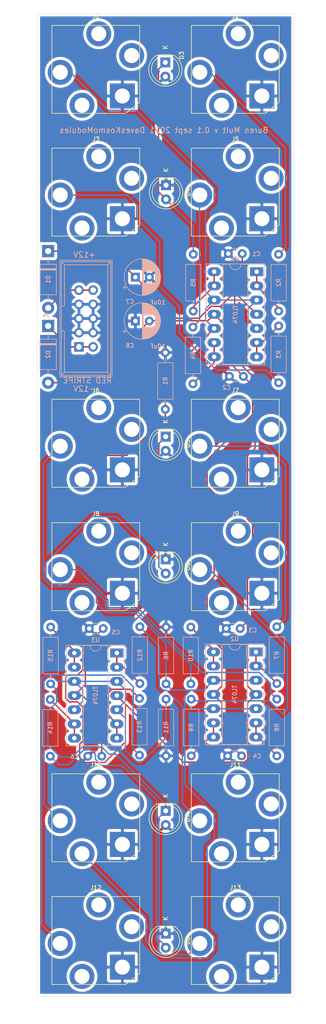
<source format=kicad_pcb>
(kicad_pcb (version 20171130) (host pcbnew "(5.1.9)-1")
  (layers (0 F.Cu signal) (31 B.Cu signal) (34 B.Paste user) (35 F.Paste user) (36 B.SilkS user) (37 F.SilkS user) (38 B.Mask user) (39 F.Mask user) (44 Edge.Cuts user))
  (net 0 "")
  (net 1 GND)
  (net 2 +12V)
  (net 3 -12V)
  (net 4 "Net-(D1-Pad2)")
  (net 5 "Net-(D2-Pad1)")
  (net 6 "Net-(D3-Pad1)")
  (net 7 "Net-(D5-Pad1)")
  (net 8 "Net-(D7-Pad1)")
  (net 9 "Net-(J1-PadTN)")
  (net 10 "Net-(J1-PadT)")
  (net 11 "Net-(J2-PadT)")
  (net 12 "Net-(J2-PadTN)")
  (net 13 "Net-(J3-PadTN)")
  (net 14 "Net-(J3-PadT)")
  (net 15 "Net-(J5-PadT)")
  (net 16 "Net-(J5-PadTN)")
  (net 17 "Net-(J10-PadTN)")
  (net 18 "Net-(J7-PadTN)")
  (net 19 "Net-(J7-PadT)")
  (net 20 "Net-(J8-PadT)")
  (net 21 "Net-(J8-PadTN)")
  (net 22 "Net-(J9-PadTN)")
  (net 23 "Net-(J9-PadT)")
  (net 24 "Net-(J10-PadT)")
  (net 25 "Net-(J11-PadT)")
  (net 26 "Net-(J11-PadTN)")
  (net 27 "Net-(J12-PadTN)")
  (net 28 "Net-(J12-PadT)")
  (net 29 "Net-(J13-PadT)")
  (net 30 "Net-(J13-PadTN)")
  (net 31 "Net-(R2-Pad2)")
  (net 32 "Net-(R3-Pad2)")
  (net 33 "Net-(R4-Pad2)")
  (net 34 "Net-(R5-Pad2)")
  (net 35 "Net-(R7-Pad2)")
  (net 36 "Net-(R8-Pad2)")
  (net 37 "Net-(R9-Pad2)")
  (net 38 "Net-(R10-Pad2)")
  (net 39 "Net-(R12-Pad2)")
  (net 40 "Net-(R13-Pad2)")
  (net 41 "Net-(R14-Pad2)")
  (net 42 "Net-(R15-Pad2)")
  (module ao_tht:C_Disc_D3.0mm_W1.6mm_P2.50mm (layer B.Cu) (at 51.943 58.7375)
    (fp_text reference C1 (at 5.0165 0.0635) (layer B.SilkS) (effects (font (size 0.75 0.75)) (justify mirror)))
    (fp_text value 0.1uF)
    (pad 1 thru_hole circle (at 0 0) (size 1.6 1.6) (drill 0.8) (layers *.Cu *.Mask) (net 1 GND))
    (pad 2 thru_hole circle (at 2.5 0) (size 1.6 1.6) (drill 0.8) (layers *.Cu *.Mask) (net 2 +12V))
  )
  (module ao_tht:C_Disc_D3.0mm_W1.6mm_P2.50mm (layer B.Cu) (at 52.1335 80.7085)
    (fp_text reference C2 (at -0.5 2) (layer B.SilkS) (effects (font (size 0.75 0.75)) (justify mirror)))
    (fp_text value 0.1uF)
    (pad 1 thru_hole circle (at 0 0) (size 1.6 1.6) (drill 0.8) (layers *.Cu *.Mask) (net 1 GND))
    (pad 2 thru_hole circle (at 2.5 0) (size 1.6 1.6) (drill 0.8) (layers *.Cu *.Mask) (net 3 -12V))
  )
  (module ao_tht:C_Disc_D3.0mm_W1.6mm_P2.50mm (layer B.Cu) (at 51.562 125.857)
    (fp_text reference C3 (at 4.7625 0.3175) (layer B.SilkS) (effects (font (size 0.75 0.75)) (justify mirror)))
    (fp_text value 0.1uF)
    (pad 1 thru_hole circle (at 0 0) (size 1.6 1.6) (drill 0.8) (layers *.Cu *.Mask) (net 1 GND))
    (pad 2 thru_hole circle (at 2.5 0) (size 1.6 1.6) (drill 0.8) (layers *.Cu *.Mask) (net 2 +12V))
  )
  (module ao_tht:C_Disc_D3.0mm_W1.6mm_P2.50mm (layer B.Cu) (at 51.816 148.6535)
    (fp_text reference C4 (at 5.2705 0.0635) (layer B.SilkS) (effects (font (size 0.75 0.75)) (justify mirror)))
    (fp_text value 0.1uF)
    (pad 2 thru_hole circle (at 2.5 0) (size 1.6 1.6) (drill 0.8) (layers *.Cu *.Mask) (net 3 -12V))
    (pad 1 thru_hole circle (at 0 0) (size 1.6 1.6) (drill 0.8) (layers *.Cu *.Mask) (net 1 GND))
  )
  (module ao_tht:C_Disc_D3.0mm_W1.6mm_P2.50mm (layer B.Cu) (at 26.9875 125.857)
    (fp_text reference C5 (at 4.7625 0.6985) (layer B.SilkS) (effects (font (size 0.75 0.75)) (justify mirror)))
    (fp_text value 0.1uF)
    (pad 2 thru_hole circle (at 2.5 0) (size 1.6 1.6) (drill 0.8) (layers *.Cu *.Mask) (net 2 +12V))
    (pad 1 thru_hole circle (at 0 0) (size 1.6 1.6) (drill 0.8) (layers *.Cu *.Mask) (net 1 GND))
  )
  (module ao_tht:C_Disc_D3.0mm_W1.6mm_P2.50mm (layer B.Cu) (at 26.7335 148.717)
    (fp_text reference C6 (at -2.413 0.0635) (layer B.SilkS) (effects (font (size 0.75 0.75)) (justify mirror)))
    (fp_text value 0.1uF)
    (pad 2 thru_hole circle (at 2.5 0) (size 1.6 1.6) (drill 0.8) (layers *.Cu *.Mask) (net 3 -12V))
    (pad 1 thru_hole circle (at 0 0) (size 1.6 1.6) (drill 0.8) (layers *.Cu *.Mask) (net 1 GND))
  )
  (module ao_tht:CP_Radial_D6.3mm_P2.50mm (layer B.Cu) (at 35.270242 62.949999)
    (fp_text reference C7 (at -1 4.4) (layer B.SilkS) (effects (font (size 0.75 0.75)) (justify mirror)))
    (fp_text value 10uF)
    (fp_text user %V (at 4 4.5) (layer B.SilkS) (effects (font (size 0.75 0.75)) (justify mirror)))
    (pad 1 thru_hole rect (at 0 0) (size 1.6 1.6) (drill 0.8) (layers *.Cu *.Mask) (net 2 +12V))
    (pad 2 thru_hole circle (at 2.5 0) (size 1.6 1.6) (drill 0.8) (layers *.Cu *.Mask) (net 1 GND))
  )
  (module ao_tht:CP_Radial_D6.3mm_P2.50mm (layer B.Cu) (at 35.270242 70.799999)
    (fp_text reference C8 (at -1 4.4) (layer B.SilkS) (effects (font (size 0.75 0.75)) (justify mirror)))
    (fp_text value 10uF)
    (fp_text user %V (at 4 4.5) (layer B.SilkS) (effects (font (size 0.75 0.75)) (justify mirror)))
    (pad 2 thru_hole circle (at 2.5 0) (size 1.6 1.6) (drill 0.8) (layers *.Cu *.Mask) (net 3 -12V))
    (pad 1 thru_hole rect (at 0 0) (size 1.6 1.6) (drill 0.8) (layers *.Cu *.Mask) (net 1 GND))
  )
  (module ao_tht:D_DO-41_SOD81_P10.16mm_Horizontal (layer B.Cu) (at 19.6215 58.293 270)
    (fp_text reference D1 (at 5.08 0 90) (layer B.SilkS) (effects (font (size 0.75 0.75)) (justify mirror)))
    (fp_text value 1N5817)
    (pad 1 thru_hole rect (at 0 0 270) (size 2.2 2.2) (drill 1.1) (layers *.Cu *.Mask) (net 2 +12V))
    (pad 2 thru_hole oval (at 10.16 0 270) (size 2.2 2.2) (drill 1.1) (layers *.Cu *.Mask) (net 4 "Net-(D1-Pad2)"))
  )
  (module ao_tht:D_DO-41_SOD81_P10.16mm_Horizontal (layer B.Cu) (at 19.6215 71.6915 270)
    (fp_text reference D2 (at 5.08 0 90) (layer B.SilkS) (effects (font (size 0.75 0.75)) (justify mirror)))
    (fp_text value 1N5817)
    (pad 2 thru_hole oval (at 10.16 0 270) (size 2.2 2.2) (drill 1.1) (layers *.Cu *.Mask) (net 3 -12V))
    (pad 1 thru_hole rect (at 0 0 270) (size 2.2 2.2) (drill 1.1) (layers *.Cu *.Mask) (net 5 "Net-(D2-Pad1)"))
  )
  (module ao_tht:LED_D5.0mm (layer F.Cu) (at 40.64 24.511 270)
    (fp_text reference D3 (at -1.27 -2.921 90) (layer F.SilkS) (effects (font (size 0.75 0.75))))
    (fp_text value LED)
    (fp_text user K (at -2.7 0 90) (layer F.SilkS) (effects (font (size 0.75 0.75))))
    (pad 2 thru_hole circle (at 2.54 0 270) (size 1.8 1.8) (drill 0.9) (layers *.Cu *.Mask) (net 1 GND))
    (pad 1 thru_hole rect (at 0 0 270) (size 1.8 1.8) (drill 0.9) (layers *.Cu *.Mask) (net 6 "Net-(D3-Pad1)"))
  )
  (module ao_tht:LED_D5.0mm (layer F.Cu) (at 40.767 46.482 270)
    (fp_text reference D4 (at 1.27 -3.96 90) (layer F.SilkS) (effects (font (size 0.75 0.75))))
    (fp_text value LED)
    (fp_text user K (at -2.7 0 90) (layer F.SilkS) (effects (font (size 0.75 0.75))))
    (pad 1 thru_hole rect (at 0 0 270) (size 1.8 1.8) (drill 0.9) (layers *.Cu *.Mask) (net 1 GND))
    (pad 2 thru_hole circle (at 2.54 0 270) (size 1.8 1.8) (drill 0.9) (layers *.Cu *.Mask) (net 6 "Net-(D3-Pad1)"))
  )
  (module ao_tht:LED_D5.0mm (layer F.Cu) (at 40.7035 91.5035 270)
    (fp_text reference D5 (at 1.27 -3.96 90) (layer F.SilkS) (effects (font (size 0.75 0.75))))
    (fp_text value LED)
    (fp_text user K (at -2.7 0 90) (layer F.SilkS) (effects (font (size 0.75 0.75))))
    (pad 1 thru_hole rect (at 0 0 270) (size 1.8 1.8) (drill 0.9) (layers *.Cu *.Mask) (net 7 "Net-(D5-Pad1)"))
    (pad 2 thru_hole circle (at 2.54 0 270) (size 1.8 1.8) (drill 0.9) (layers *.Cu *.Mask) (net 1 GND))
  )
  (module ao_tht:LED_D5.0mm (layer F.Cu) (at 40.7035 113.4745 270)
    (fp_text reference D6 (at 1.27 -3.96 90) (layer F.SilkS) (effects (font (size 0.75 0.75))))
    (fp_text value LED)
    (fp_text user K (at -2.7 0 90) (layer F.SilkS) (effects (font (size 0.75 0.75))))
    (pad 1 thru_hole rect (at 0 0 270) (size 1.8 1.8) (drill 0.9) (layers *.Cu *.Mask) (net 1 GND))
    (pad 2 thru_hole circle (at 2.54 0 270) (size 1.8 1.8) (drill 0.9) (layers *.Cu *.Mask) (net 7 "Net-(D5-Pad1)"))
  )
  (module ao_tht:LED_D5.0mm (layer F.Cu) (at 40.7035 158.496 270)
    (fp_text reference D7 (at 1.27 -3.96 90) (layer F.SilkS) (effects (font (size 0.75 0.75))))
    (fp_text value LED)
    (fp_text user K (at -2.7 0 90) (layer F.SilkS) (effects (font (size 0.75 0.75))))
    (pad 2 thru_hole circle (at 2.54 0 270) (size 1.8 1.8) (drill 0.9) (layers *.Cu *.Mask) (net 1 GND))
    (pad 1 thru_hole rect (at 0 0 270) (size 1.8 1.8) (drill 0.9) (layers *.Cu *.Mask) (net 8 "Net-(D7-Pad1)"))
  )
  (module ao_tht:LED_D5.0mm (layer F.Cu) (at 40.7035 180.467 270)
    (fp_text reference D8 (at 1.27 -3.96 90) (layer F.SilkS) (effects (font (size 0.75 0.75))))
    (fp_text value LED)
    (fp_text user K (at -2.7 0 90) (layer F.SilkS) (effects (font (size 0.75 0.75))))
    (pad 2 thru_hole circle (at 2.54 0 270) (size 1.8 1.8) (drill 0.9) (layers *.Cu *.Mask) (net 8 "Net-(D7-Pad1)"))
    (pad 1 thru_hole rect (at 0 0 270) (size 1.8 1.8) (drill 0.9) (layers *.Cu *.Mask) (net 1 GND))
  )
  (module ao_tht:Jack_6.35mm_PJ_629HAN (layer F.Cu) (at 28.194 25.781)
    (fp_text reference J1 (at 0 -9.5) (layer F.SilkS) (effects (font (size 0.75 0.75))))
    (fp_text value AudioJack2_SwitchT)
    (pad RN thru_hole circle (at 6.4 -2.5) (size 4.500001 4.500001) (drill 2.7) (layers *.Cu *.Mask))
    (pad TN thru_hole circle (at -2.5 6.4) (size 4.5 4.5) (drill 2.7) (layers *.Cu *.Mask) (net 9 "Net-(J1-PadTN)"))
    (pad R thru_hole circle (at 0.5 -6.4) (size 4.500001 4.500001) (drill 2.7) (layers *.Cu *.Mask))
    (pad S thru_hole rect (at 4.74 4.74) (size 4.500001 4.500001) (drill 2.7) (layers *.Cu *.Mask) (net 1 GND))
    (pad T thru_hole circle (at -6.4 0.5) (size 4.5 4.5) (drill 2.7) (layers *.Cu *.Mask) (net 10 "Net-(J1-PadT)"))
  )
  (module ao_tht:Jack_6.35mm_PJ_629HAN (layer F.Cu) (at 53.213 25.781)
    (fp_text reference J2 (at 0 -9.5) (layer F.SilkS) (effects (font (size 0.75 0.75))))
    (fp_text value AudioJack2_SwitchT)
    (pad T thru_hole circle (at -6.4 0.5) (size 4.5 4.5) (drill 2.7) (layers *.Cu *.Mask) (net 11 "Net-(J2-PadT)"))
    (pad S thru_hole rect (at 4.74 4.74) (size 4.500001 4.500001) (drill 2.7) (layers *.Cu *.Mask) (net 1 GND))
    (pad R thru_hole circle (at 0.5 -6.4) (size 4.500001 4.500001) (drill 2.7) (layers *.Cu *.Mask))
    (pad TN thru_hole circle (at -2.5 6.4) (size 4.5 4.5) (drill 2.7) (layers *.Cu *.Mask) (net 12 "Net-(J2-PadTN)"))
    (pad RN thru_hole circle (at 6.4 -2.5) (size 4.500001 4.500001) (drill 2.7) (layers *.Cu *.Mask))
  )
  (module ao_tht:Jack_6.35mm_PJ_629HAN (layer F.Cu) (at 28.194 47.752)
    (fp_text reference J3 (at 0 -9.5) (layer F.SilkS) (effects (font (size 0.75 0.75))))
    (fp_text value AudioJack2_SwitchT)
    (pad RN thru_hole circle (at 6.4 -2.5) (size 4.500001 4.500001) (drill 2.7) (layers *.Cu *.Mask))
    (pad TN thru_hole circle (at -2.5 6.4) (size 4.5 4.5) (drill 2.7) (layers *.Cu *.Mask) (net 13 "Net-(J3-PadTN)"))
    (pad R thru_hole circle (at 0.5 -6.4) (size 4.500001 4.500001) (drill 2.7) (layers *.Cu *.Mask))
    (pad S thru_hole rect (at 4.74 4.74) (size 4.500001 4.500001) (drill 2.7) (layers *.Cu *.Mask) (net 1 GND))
    (pad T thru_hole circle (at -6.4 0.5) (size 4.5 4.5) (drill 2.7) (layers *.Cu *.Mask) (net 14 "Net-(J3-PadT)"))
  )
  (module ao_tht:Power_Header (layer B.Cu) (at 25.146 75.438)
    (fp_text reference J4 (at -5.85 -5.67) (layer B.SilkS) (effects (font (size 0.75 0.75)) (justify mirror)))
    (fp_text value Synth_power_2x5)
    (fp_text user +12V (at 1 -16.5) (layer B.SilkS) (effects (justify mirror)))
    (fp_text user -12V (at 1 7.5) (layer B.SilkS) (effects (justify mirror)))
    (fp_text user "RED STRIPE" (at 1.5 6) (layer B.SilkS) (effects (justify mirror)))
    (pad 1 thru_hole rect (at 0 0) (size 1.7272 1.7272) (drill 1.016) (layers *.Cu *.Mask) (net 5 "Net-(D2-Pad1)"))
    (pad 2 thru_hole oval (at 2.54 0) (size 1.7272 1.7272) (drill 1.016) (layers *.Cu *.Mask) (net 5 "Net-(D2-Pad1)"))
    (pad 3 thru_hole oval (at 0 -2.54) (size 1.7272 1.7272) (drill 1.016) (layers *.Cu *.Mask) (net 1 GND))
    (pad 4 thru_hole oval (at 2.54 -2.54) (size 1.7272 1.7272) (drill 1.016) (layers *.Cu *.Mask) (net 1 GND))
    (pad 5 thru_hole oval (at 0 -5.08) (size 1.7272 1.7272) (drill 1.016) (layers *.Cu *.Mask) (net 1 GND))
    (pad 6 thru_hole oval (at 2.54 -5.08) (size 1.7272 1.7272) (drill 1.016) (layers *.Cu *.Mask) (net 1 GND))
    (pad 7 thru_hole oval (at 0 -7.62) (size 1.7272 1.7272) (drill 1.016) (layers *.Cu *.Mask) (net 1 GND))
    (pad 8 thru_hole oval (at 2.54 -7.62) (size 1.7272 1.7272) (drill 1.016) (layers *.Cu *.Mask) (net 1 GND))
    (pad 9 thru_hole oval (at 0 -10.16) (size 1.7272 1.7272) (drill 1.016) (layers *.Cu *.Mask) (net 4 "Net-(D1-Pad2)"))
    (pad 10 thru_hole oval (at 2.54 -10.16) (size 1.7272 1.7272) (drill 1.016) (layers *.Cu *.Mask) (net 4 "Net-(D1-Pad2)"))
  )
  (module ao_tht:Jack_6.35mm_PJ_629HAN (layer F.Cu) (at 53.213 47.752)
    (fp_text reference J5 (at 0 -9.5) (layer F.SilkS) (effects (font (size 0.75 0.75))))
    (fp_text value AudioJack2_SwitchT)
    (pad T thru_hole circle (at -6.4 0.5) (size 4.5 4.5) (drill 2.7) (layers *.Cu *.Mask) (net 15 "Net-(J5-PadT)"))
    (pad S thru_hole rect (at 4.74 4.74) (size 4.500001 4.500001) (drill 2.7) (layers *.Cu *.Mask) (net 1 GND))
    (pad R thru_hole circle (at 0.5 -6.4) (size 4.500001 4.500001) (drill 2.7) (layers *.Cu *.Mask))
    (pad TN thru_hole circle (at -2.5 6.4) (size 4.5 4.5) (drill 2.7) (layers *.Cu *.Mask) (net 16 "Net-(J5-PadTN)"))
    (pad RN thru_hole circle (at 6.4 -2.5) (size 4.500001 4.500001) (drill 2.7) (layers *.Cu *.Mask))
  )
  (module ao_tht:Jack_6.35mm_PJ_629HAN (layer F.Cu) (at 28.194 92.71)
    (fp_text reference J6 (at 0 -9.5) (layer F.SilkS) (effects (font (size 0.75 0.75))))
    (fp_text value AudioJack2_SwitchT)
    (pad T thru_hole circle (at -6.4 0.5) (size 4.5 4.5) (drill 2.7) (layers *.Cu *.Mask) (net 17 "Net-(J10-PadTN)"))
    (pad S thru_hole rect (at 4.74 4.74) (size 4.500001 4.500001) (drill 2.7) (layers *.Cu *.Mask) (net 1 GND))
    (pad R thru_hole circle (at 0.5 -6.4) (size 4.500001 4.500001) (drill 2.7) (layers *.Cu *.Mask))
    (pad TN thru_hole circle (at -2.5 6.4) (size 4.5 4.5) (drill 2.7) (layers *.Cu *.Mask) (net 10 "Net-(J1-PadT)"))
    (pad RN thru_hole circle (at 6.4 -2.5) (size 4.500001 4.500001) (drill 2.7) (layers *.Cu *.Mask))
  )
  (module ao_tht:Jack_6.35mm_PJ_629HAN (layer F.Cu) (at 53.213 92.71)
    (fp_text reference J7 (at 0 -9.5) (layer F.SilkS) (effects (font (size 0.75 0.75))))
    (fp_text value AudioJack2_SwitchT)
    (pad RN thru_hole circle (at 6.4 -2.5) (size 4.500001 4.500001) (drill 2.7) (layers *.Cu *.Mask))
    (pad TN thru_hole circle (at -2.5 6.4) (size 4.5 4.5) (drill 2.7) (layers *.Cu *.Mask) (net 18 "Net-(J7-PadTN)"))
    (pad R thru_hole circle (at 0.5 -6.4) (size 4.500001 4.500001) (drill 2.7) (layers *.Cu *.Mask))
    (pad S thru_hole rect (at 4.74 4.74) (size 4.500001 4.500001) (drill 2.7) (layers *.Cu *.Mask) (net 1 GND))
    (pad T thru_hole circle (at -6.4 0.5) (size 4.5 4.5) (drill 2.7) (layers *.Cu *.Mask) (net 19 "Net-(J7-PadT)"))
  )
  (module ao_tht:Jack_6.35mm_PJ_629HAN (layer F.Cu) (at 28.194 114.808)
    (fp_text reference J8 (at 0 -9.5) (layer F.SilkS) (effects (font (size 0.75 0.75))))
    (fp_text value AudioJack2_SwitchT)
    (pad T thru_hole circle (at -6.4 0.5) (size 4.5 4.5) (drill 2.7) (layers *.Cu *.Mask) (net 20 "Net-(J8-PadT)"))
    (pad S thru_hole rect (at 4.74 4.74) (size 4.500001 4.500001) (drill 2.7) (layers *.Cu *.Mask) (net 1 GND))
    (pad R thru_hole circle (at 0.5 -6.4) (size 4.500001 4.500001) (drill 2.7) (layers *.Cu *.Mask))
    (pad TN thru_hole circle (at -2.5 6.4) (size 4.5 4.5) (drill 2.7) (layers *.Cu *.Mask) (net 21 "Net-(J8-PadTN)"))
    (pad RN thru_hole circle (at 6.4 -2.5) (size 4.500001 4.500001) (drill 2.7) (layers *.Cu *.Mask))
  )
  (module ao_tht:Jack_6.35mm_PJ_629HAN (layer F.Cu) (at 53.213 114.808)
    (fp_text reference J9 (at 0 -9.5) (layer F.SilkS) (effects (font (size 0.75 0.75))))
    (fp_text value AudioJack2_SwitchT)
    (pad RN thru_hole circle (at 6.4 -2.5) (size 4.500001 4.500001) (drill 2.7) (layers *.Cu *.Mask))
    (pad TN thru_hole circle (at -2.5 6.4) (size 4.5 4.5) (drill 2.7) (layers *.Cu *.Mask) (net 22 "Net-(J9-PadTN)"))
    (pad R thru_hole circle (at 0.5 -6.4) (size 4.500001 4.500001) (drill 2.7) (layers *.Cu *.Mask))
    (pad S thru_hole rect (at 4.74 4.74) (size 4.500001 4.500001) (drill 2.7) (layers *.Cu *.Mask) (net 1 GND))
    (pad T thru_hole circle (at -6.4 0.5) (size 4.5 4.5) (drill 2.7) (layers *.Cu *.Mask) (net 23 "Net-(J9-PadT)"))
  )
  (module ao_tht:Jack_6.35mm_PJ_629HAN (layer F.Cu) (at 28.194 159.766)
    (fp_text reference J10 (at 0 -9.5) (layer F.SilkS) (effects (font (size 0.75 0.75))))
    (fp_text value AudioJack2_SwitchT)
    (pad RN thru_hole circle (at 6.4 -2.5) (size 4.500001 4.500001) (drill 2.7) (layers *.Cu *.Mask))
    (pad TN thru_hole circle (at -2.5 6.4) (size 4.5 4.5) (drill 2.7) (layers *.Cu *.Mask) (net 17 "Net-(J10-PadTN)"))
    (pad R thru_hole circle (at 0.5 -6.4) (size 4.500001 4.500001) (drill 2.7) (layers *.Cu *.Mask))
    (pad S thru_hole rect (at 4.74 4.74) (size 4.500001 4.500001) (drill 2.7) (layers *.Cu *.Mask) (net 1 GND))
    (pad T thru_hole circle (at -6.4 0.5) (size 4.5 4.5) (drill 2.7) (layers *.Cu *.Mask) (net 24 "Net-(J10-PadT)"))
  )
  (module ao_tht:Jack_6.35mm_PJ_629HAN (layer F.Cu) (at 53.213 159.766)
    (fp_text reference J11 (at 0 -9.5) (layer F.SilkS) (effects (font (size 0.75 0.75))))
    (fp_text value AudioJack2_SwitchT)
    (pad T thru_hole circle (at -6.4 0.5) (size 4.5 4.5) (drill 2.7) (layers *.Cu *.Mask) (net 25 "Net-(J11-PadT)"))
    (pad S thru_hole rect (at 4.74 4.74) (size 4.500001 4.500001) (drill 2.7) (layers *.Cu *.Mask) (net 1 GND))
    (pad R thru_hole circle (at 0.5 -6.4) (size 4.500001 4.500001) (drill 2.7) (layers *.Cu *.Mask))
    (pad TN thru_hole circle (at -2.5 6.4) (size 4.5 4.5) (drill 2.7) (layers *.Cu *.Mask) (net 26 "Net-(J11-PadTN)"))
    (pad RN thru_hole circle (at 6.4 -2.5) (size 4.500001 4.500001) (drill 2.7) (layers *.Cu *.Mask))
  )
  (module ao_tht:Jack_6.35mm_PJ_629HAN (layer F.Cu) (at 28.194 181.737)
    (fp_text reference J12 (at 0 -9.5) (layer F.SilkS) (effects (font (size 0.75 0.75))))
    (fp_text value AudioJack2_SwitchT)
    (pad RN thru_hole circle (at 6.4 -2.5) (size 4.500001 4.500001) (drill 2.7) (layers *.Cu *.Mask))
    (pad TN thru_hole circle (at -2.5 6.4) (size 4.5 4.5) (drill 2.7) (layers *.Cu *.Mask) (net 27 "Net-(J12-PadTN)"))
    (pad R thru_hole circle (at 0.5 -6.4) (size 4.500001 4.500001) (drill 2.7) (layers *.Cu *.Mask))
    (pad S thru_hole rect (at 4.74 4.74) (size 4.500001 4.500001) (drill 2.7) (layers *.Cu *.Mask) (net 1 GND))
    (pad T thru_hole circle (at -6.4 0.5) (size 4.5 4.5) (drill 2.7) (layers *.Cu *.Mask) (net 28 "Net-(J12-PadT)"))
  )
  (module ao_tht:Jack_6.35mm_PJ_629HAN (layer F.Cu) (at 53.213 181.737)
    (fp_text reference J13 (at 0 -9.5) (layer F.SilkS) (effects (font (size 0.75 0.75))))
    (fp_text value AudioJack2_SwitchT)
    (pad T thru_hole circle (at -6.4 0.5) (size 4.5 4.5) (drill 2.7) (layers *.Cu *.Mask) (net 29 "Net-(J13-PadT)"))
    (pad S thru_hole rect (at 4.74 4.74) (size 4.500001 4.500001) (drill 2.7) (layers *.Cu *.Mask) (net 1 GND))
    (pad R thru_hole circle (at 0.5 -6.4) (size 4.500001 4.500001) (drill 2.7) (layers *.Cu *.Mask))
    (pad TN thru_hole circle (at -2.5 6.4) (size 4.5 4.5) (drill 2.7) (layers *.Cu *.Mask) (net 30 "Net-(J13-PadTN)"))
    (pad RN thru_hole circle (at 6.4 -2.5) (size 4.500001 4.500001) (drill 2.7) (layers *.Cu *.Mask))
  )
  (module ao_tht:R_Axial_DIN0207_L6.3mm_D2.5mm_P10.16mm_Horizontal (layer B.Cu) (at 40.64 86.614 90)
    (fp_text reference R1 (at 5.08 0 90) (layer B.SilkS) (effects (font (size 0.75 0.75)) (justify mirror)))
    (fp_text value 6M8)
    (pad 2 thru_hole oval (at 10.16 0 90) (size 1.6 1.6) (drill 0.8) (layers *.Cu *.Mask) (net 1 GND))
    (pad 1 thru_hole circle (at 0 0 90) (size 1.6 1.6) (drill 0.8) (layers *.Cu *.Mask) (net 10 "Net-(J1-PadT)"))
  )
  (module ao_tht:R_Axial_DIN0207_L6.3mm_D2.5mm_P10.16mm_Horizontal (layer B.Cu) (at 60.96 58.8645 270)
    (fp_text reference R2 (at 5.08 0 90) (layer B.SilkS) (effects (font (size 0.75 0.75)) (justify mirror)))
    (fp_text value 1k)
    (pad 1 thru_hole circle (at 0 0 270) (size 1.6 1.6) (drill 0.8) (layers *.Cu *.Mask) (net 11 "Net-(J2-PadT)"))
    (pad 2 thru_hole oval (at 10.16 0 270) (size 1.6 1.6) (drill 0.8) (layers *.Cu *.Mask) (net 31 "Net-(R2-Pad2)"))
  )
  (module ao_tht:R_Axial_DIN0207_L6.3mm_D2.5mm_P10.16mm_Horizontal (layer B.Cu) (at 60.96 81.8515 90)
    (fp_text reference R3 (at 5.08 0 90) (layer B.SilkS) (effects (font (size 0.75 0.75)) (justify mirror)))
    (fp_text value 1k)
    (pad 2 thru_hole oval (at 10.16 0 90) (size 1.6 1.6) (drill 0.8) (layers *.Cu *.Mask) (net 32 "Net-(R3-Pad2)"))
    (pad 1 thru_hole circle (at 0 0 90) (size 1.6 1.6) (drill 0.8) (layers *.Cu *.Mask) (net 14 "Net-(J3-PadT)"))
  )
  (module ao_tht:R_Axial_DIN0207_L6.3mm_D2.5mm_P10.16mm_Horizontal (layer B.Cu) (at 45.593 71.882 270)
    (fp_text reference R4 (at 5.08 0 90) (layer B.SilkS) (effects (font (size 0.75 0.75)) (justify mirror)))
    (fp_text value 1k)
    (pad 1 thru_hole circle (at 0 0 270) (size 1.6 1.6) (drill 0.8) (layers *.Cu *.Mask) (net 15 "Net-(J5-PadT)"))
    (pad 2 thru_hole oval (at 10.16 0 270) (size 1.6 1.6) (drill 0.8) (layers *.Cu *.Mask) (net 33 "Net-(R4-Pad2)"))
  )
  (module ao_tht:R_Axial_DIN0207_L6.3mm_D2.5mm_P10.16mm_Horizontal (layer B.Cu) (at 45.6565 58.8645 270)
    (fp_text reference R5 (at 5.08 0 90) (layer B.SilkS) (effects (font (size 0.75 0.75)) (justify mirror)))
    (fp_text value 1k)
    (pad 2 thru_hole oval (at 10.16 0 270) (size 1.6 1.6) (drill 0.8) (layers *.Cu *.Mask) (net 34 "Net-(R5-Pad2)"))
    (pad 1 thru_hole circle (at 0 0 270) (size 1.6 1.6) (drill 0.8) (layers *.Cu *.Mask) (net 6 "Net-(D3-Pad1)"))
  )
  (module ao_tht:R_Axial_DIN0207_L6.3mm_D2.5mm_P10.16mm_Horizontal (layer B.Cu) (at 40.767 135.763 90)
    (fp_text reference R6 (at 5.08 0 90) (layer B.SilkS) (effects (font (size 0.75 0.75)) (justify mirror)))
    (fp_text value 6M8)
    (pad 1 thru_hole circle (at 0 0 90) (size 1.6 1.6) (drill 0.8) (layers *.Cu *.Mask) (net 17 "Net-(J10-PadTN)"))
    (pad 2 thru_hole oval (at 10.16 0 90) (size 1.6 1.6) (drill 0.8) (layers *.Cu *.Mask) (net 1 GND))
  )
  (module ao_tht:R_Axial_DIN0207_L6.3mm_D2.5mm_P10.16mm_Horizontal (layer B.Cu) (at 60.6425 125.5395 270)
    (fp_text reference R7 (at 5.08 0 90) (layer B.SilkS) (effects (font (size 0.75 0.75)) (justify mirror)))
    (fp_text value 1k)
    (pad 2 thru_hole oval (at 10.16 0 270) (size 1.6 1.6) (drill 0.8) (layers *.Cu *.Mask) (net 35 "Net-(R7-Pad2)"))
    (pad 1 thru_hole circle (at 0 0 270) (size 1.6 1.6) (drill 0.8) (layers *.Cu *.Mask) (net 19 "Net-(J7-PadT)"))
  )
  (module ao_tht:R_Axial_DIN0207_L6.3mm_D2.5mm_P10.16mm_Horizontal (layer B.Cu) (at 60.6425 138.4935 270)
    (fp_text reference R8 (at 5.08 0 90) (layer B.SilkS) (effects (font (size 0.75 0.75)) (justify mirror)))
    (fp_text value 1k)
    (pad 2 thru_hole oval (at 10.16 0 270) (size 1.6 1.6) (drill 0.8) (layers *.Cu *.Mask) (net 36 "Net-(R8-Pad2)"))
    (pad 1 thru_hole circle (at 0 0 270) (size 1.6 1.6) (drill 0.8) (layers *.Cu *.Mask) (net 20 "Net-(J8-PadT)"))
  )
  (module ao_tht:R_Axial_DIN0207_L6.3mm_D2.5mm_P10.16mm_Horizontal (layer B.Cu) (at 45.2755 138.4935 270)
    (fp_text reference R9 (at 5.08 0 90) (layer B.SilkS) (effects (font (size 0.75 0.75)) (justify mirror)))
    (fp_text value 1k)
    (pad 1 thru_hole circle (at 0 0 270) (size 1.6 1.6) (drill 0.8) (layers *.Cu *.Mask) (net 23 "Net-(J9-PadT)"))
    (pad 2 thru_hole oval (at 10.16 0 270) (size 1.6 1.6) (drill 0.8) (layers *.Cu *.Mask) (net 37 "Net-(R9-Pad2)"))
  )
  (module ao_tht:R_Axial_DIN0207_L6.3mm_D2.5mm_P10.16mm_Horizontal (layer B.Cu) (at 45.212 135.763 90)
    (fp_text reference R10 (at 5.08 0 90) (layer B.SilkS) (effects (font (size 0.75 0.75)) (justify mirror)))
    (fp_text value 1k)
    (pad 2 thru_hole oval (at 10.16 0 90) (size 1.6 1.6) (drill 0.8) (layers *.Cu *.Mask) (net 38 "Net-(R10-Pad2)"))
    (pad 1 thru_hole circle (at 0 0 90) (size 1.6 1.6) (drill 0.8) (layers *.Cu *.Mask) (net 7 "Net-(D5-Pad1)"))
  )
  (module ao_tht:R_Axial_DIN0207_L6.3mm_D2.5mm_P10.16mm_Horizontal (layer B.Cu) (at 40.767 138.4935 270)
    (fp_text reference R11 (at 5.08 0 90) (layer B.SilkS) (effects (font (size 0.75 0.75)) (justify mirror)))
    (fp_text value 6M8)
    (pad 1 thru_hole circle (at 0 0 270) (size 1.6 1.6) (drill 0.8) (layers *.Cu *.Mask) (net 24 "Net-(J10-PadT)"))
    (pad 2 thru_hole oval (at 10.16 0 270) (size 1.6 1.6) (drill 0.8) (layers *.Cu *.Mask) (net 1 GND))
  )
  (module ao_tht:R_Axial_DIN0207_L6.3mm_D2.5mm_P10.16mm_Horizontal (layer B.Cu) (at 36.068 125.5395 270)
    (fp_text reference R12 (at 5.08 0 90) (layer B.SilkS) (effects (font (size 0.75 0.75)) (justify mirror)))
    (fp_text value 1k)
    (pad 2 thru_hole oval (at 10.16 0 270) (size 1.6 1.6) (drill 0.8) (layers *.Cu *.Mask) (net 39 "Net-(R12-Pad2)"))
    (pad 1 thru_hole circle (at 0 0 270) (size 1.6 1.6) (drill 0.8) (layers *.Cu *.Mask) (net 25 "Net-(J11-PadT)"))
  )
  (module ao_tht:R_Axial_DIN0207_L6.3mm_D2.5mm_P10.16mm_Horizontal (layer B.Cu) (at 36.0045 148.5265 90)
    (fp_text reference R13 (at 5.08 0 90) (layer B.SilkS) (effects (font (size 0.75 0.75)) (justify mirror)))
    (fp_text value 1k)
    (pad 1 thru_hole circle (at 0 0 90) (size 1.6 1.6) (drill 0.8) (layers *.Cu *.Mask) (net 28 "Net-(J12-PadT)"))
    (pad 2 thru_hole oval (at 10.16 0 90) (size 1.6 1.6) (drill 0.8) (layers *.Cu *.Mask) (net 40 "Net-(R13-Pad2)"))
  )
  (module ao_tht:R_Axial_DIN0207_L6.3mm_D2.5mm_P10.16mm_Horizontal (layer B.Cu) (at 20.0025 148.717 90)
    (fp_text reference R14 (at 5.08 0 90) (layer B.SilkS) (effects (font (size 0.75 0.75)) (justify mirror)))
    (fp_text value 1k)
    (pad 2 thru_hole oval (at 10.16 0 90) (size 1.6 1.6) (drill 0.8) (layers *.Cu *.Mask) (net 41 "Net-(R14-Pad2)"))
    (pad 1 thru_hole circle (at 0 0 90) (size 1.6 1.6) (drill 0.8) (layers *.Cu *.Mask) (net 29 "Net-(J13-PadT)"))
  )
  (module ao_tht:R_Axial_DIN0207_L6.3mm_D2.5mm_P10.16mm_Horizontal (layer B.Cu) (at 20.066 135.763 90)
    (fp_text reference R15 (at 5.08 0 90) (layer B.SilkS) (effects (font (size 0.75 0.75)) (justify mirror)))
    (fp_text value 1k)
    (pad 1 thru_hole circle (at 0 0 90) (size 1.6 1.6) (drill 0.8) (layers *.Cu *.Mask) (net 8 "Net-(D7-Pad1)"))
    (pad 2 thru_hole oval (at 10.16 0 90) (size 1.6 1.6) (drill 0.8) (layers *.Cu *.Mask) (net 42 "Net-(R15-Pad2)"))
  )
  (module ao_tht:DIP-14_W7.62mm_Socket_LongPads (layer B.Cu) (at 57.023 61.976 180)
    (fp_text reference U1 (at 3.81 2.33) (layer B.SilkS) (effects (font (size 0.75 0.75)) (justify mirror)))
    (fp_text value TL074)
    (fp_text user %V (at 3.81 -7.62 270) (layer B.SilkS) (effects (font (size 0.75 0.75)) (justify mirror)))
    (pad 1 thru_hole rect (at 0 0 180) (size 2.4 1.6) (drill 0.8) (layers *.Cu *.Mask) (net 31 "Net-(R2-Pad2)"))
    (pad 8 thru_hole oval (at 7.62 -15.24 180) (size 2.4 1.6) (drill 0.8) (layers *.Cu *.Mask) (net 33 "Net-(R4-Pad2)"))
    (pad 2 thru_hole oval (at 0 -2.54 180) (size 2.4 1.6) (drill 0.8) (layers *.Cu *.Mask) (net 31 "Net-(R2-Pad2)"))
    (pad 9 thru_hole oval (at 7.62 -12.7 180) (size 2.4 1.6) (drill 0.8) (layers *.Cu *.Mask) (net 33 "Net-(R4-Pad2)"))
    (pad 3 thru_hole oval (at 0 -5.08 180) (size 2.4 1.6) (drill 0.8) (layers *.Cu *.Mask) (net 10 "Net-(J1-PadT)"))
    (pad 10 thru_hole oval (at 7.62 -10.16 180) (size 2.4 1.6) (drill 0.8) (layers *.Cu *.Mask) (net 10 "Net-(J1-PadT)"))
    (pad 4 thru_hole oval (at 0 -7.62 180) (size 2.4 1.6) (drill 0.8) (layers *.Cu *.Mask) (net 2 +12V))
    (pad 11 thru_hole oval (at 7.62 -7.62 180) (size 2.4 1.6) (drill 0.8) (layers *.Cu *.Mask) (net 3 -12V))
    (pad 5 thru_hole oval (at 0 -10.16 180) (size 2.4 1.6) (drill 0.8) (layers *.Cu *.Mask) (net 10 "Net-(J1-PadT)"))
    (pad 12 thru_hole oval (at 7.62 -5.08 180) (size 2.4 1.6) (drill 0.8) (layers *.Cu *.Mask) (net 10 "Net-(J1-PadT)"))
    (pad 6 thru_hole oval (at 0 -12.7 180) (size 2.4 1.6) (drill 0.8) (layers *.Cu *.Mask) (net 32 "Net-(R3-Pad2)"))
    (pad 13 thru_hole oval (at 7.62 -2.54 180) (size 2.4 1.6) (drill 0.8) (layers *.Cu *.Mask) (net 34 "Net-(R5-Pad2)"))
    (pad 7 thru_hole oval (at 0 -15.24 180) (size 2.4 1.6) (drill 0.8) (layers *.Cu *.Mask) (net 32 "Net-(R3-Pad2)"))
    (pad 14 thru_hole oval (at 7.62 0 180) (size 2.4 1.6) (drill 0.8) (layers *.Cu *.Mask) (net 34 "Net-(R5-Pad2)"))
  )
  (module ao_tht:DIP-14_W7.62mm_Socket_LongPads (layer B.Cu) (at 56.896 130.048 180)
    (fp_text reference U2 (at 3.81 2.33) (layer B.SilkS) (effects (font (size 0.75 0.75)) (justify mirror)))
    (fp_text value TL074)
    (fp_text user %V (at 3.81 -7.62 270) (layer B.SilkS) (effects (font (size 0.75 0.75)) (justify mirror)))
    (pad 14 thru_hole oval (at 7.62 0 180) (size 2.4 1.6) (drill 0.8) (layers *.Cu *.Mask) (net 38 "Net-(R10-Pad2)"))
    (pad 7 thru_hole oval (at 0 -15.24 180) (size 2.4 1.6) (drill 0.8) (layers *.Cu *.Mask) (net 36 "Net-(R8-Pad2)"))
    (pad 13 thru_hole oval (at 7.62 -2.54 180) (size 2.4 1.6) (drill 0.8) (layers *.Cu *.Mask) (net 38 "Net-(R10-Pad2)"))
    (pad 6 thru_hole oval (at 0 -12.7 180) (size 2.4 1.6) (drill 0.8) (layers *.Cu *.Mask) (net 36 "Net-(R8-Pad2)"))
    (pad 12 thru_hole oval (at 7.62 -5.08 180) (size 2.4 1.6) (drill 0.8) (layers *.Cu *.Mask) (net 17 "Net-(J10-PadTN)"))
    (pad 5 thru_hole oval (at 0 -10.16 180) (size 2.4 1.6) (drill 0.8) (layers *.Cu *.Mask) (net 17 "Net-(J10-PadTN)"))
    (pad 11 thru_hole oval (at 7.62 -7.62 180) (size 2.4 1.6) (drill 0.8) (layers *.Cu *.Mask) (net 3 -12V))
    (pad 4 thru_hole oval (at 0 -7.62 180) (size 2.4 1.6) (drill 0.8) (layers *.Cu *.Mask) (net 2 +12V))
    (pad 10 thru_hole oval (at 7.62 -10.16 180) (size 2.4 1.6) (drill 0.8) (layers *.Cu *.Mask) (net 17 "Net-(J10-PadTN)"))
    (pad 3 thru_hole oval (at 0 -5.08 180) (size 2.4 1.6) (drill 0.8) (layers *.Cu *.Mask) (net 17 "Net-(J10-PadTN)"))
    (pad 9 thru_hole oval (at 7.62 -12.7 180) (size 2.4 1.6) (drill 0.8) (layers *.Cu *.Mask) (net 37 "Net-(R9-Pad2)"))
    (pad 2 thru_hole oval (at 0 -2.54 180) (size 2.4 1.6) (drill 0.8) (layers *.Cu *.Mask) (net 35 "Net-(R7-Pad2)"))
    (pad 8 thru_hole oval (at 7.62 -15.24 180) (size 2.4 1.6) (drill 0.8) (layers *.Cu *.Mask) (net 37 "Net-(R9-Pad2)"))
    (pad 1 thru_hole rect (at 0 0 180) (size 2.4 1.6) (drill 0.8) (layers *.Cu *.Mask) (net 35 "Net-(R7-Pad2)"))
  )
  (module ao_tht:DIP-14_W7.62mm_Socket_LongPads (layer B.Cu) (at 31.9405 130.2385 180)
    (fp_text reference U3 (at 3.81 2.33) (layer B.SilkS) (effects (font (size 0.75 0.75)) (justify mirror)))
    (fp_text value TL074)
    (fp_text user %V (at 3.81 -7.62 270) (layer B.SilkS) (effects (font (size 0.75 0.75)) (justify mirror)))
    (pad 1 thru_hole rect (at 0 0 180) (size 2.4 1.6) (drill 0.8) (layers *.Cu *.Mask) (net 39 "Net-(R12-Pad2)"))
    (pad 8 thru_hole oval (at 7.62 -15.24 180) (size 2.4 1.6) (drill 0.8) (layers *.Cu *.Mask) (net 41 "Net-(R14-Pad2)"))
    (pad 2 thru_hole oval (at 0 -2.54 180) (size 2.4 1.6) (drill 0.8) (layers *.Cu *.Mask) (net 39 "Net-(R12-Pad2)"))
    (pad 9 thru_hole oval (at 7.62 -12.7 180) (size 2.4 1.6) (drill 0.8) (layers *.Cu *.Mask) (net 41 "Net-(R14-Pad2)"))
    (pad 3 thru_hole oval (at 0 -5.08 180) (size 2.4 1.6) (drill 0.8) (layers *.Cu *.Mask) (net 24 "Net-(J10-PadT)"))
    (pad 10 thru_hole oval (at 7.62 -10.16 180) (size 2.4 1.6) (drill 0.8) (layers *.Cu *.Mask) (net 24 "Net-(J10-PadT)"))
    (pad 4 thru_hole oval (at 0 -7.62 180) (size 2.4 1.6) (drill 0.8) (layers *.Cu *.Mask) (net 2 +12V))
    (pad 11 thru_hole oval (at 7.62 -7.62 180) (size 2.4 1.6) (drill 0.8) (layers *.Cu *.Mask) (net 3 -12V))
    (pad 5 thru_hole oval (at 0 -10.16 180) (size 2.4 1.6) (drill 0.8) (layers *.Cu *.Mask) (net 24 "Net-(J10-PadT)"))
    (pad 12 thru_hole oval (at 7.62 -5.08 180) (size 2.4 1.6) (drill 0.8) (layers *.Cu *.Mask) (net 24 "Net-(J10-PadT)"))
    (pad 6 thru_hole oval (at 0 -12.7 180) (size 2.4 1.6) (drill 0.8) (layers *.Cu *.Mask) (net 40 "Net-(R13-Pad2)"))
    (pad 13 thru_hole oval (at 7.62 -2.54 180) (size 2.4 1.6) (drill 0.8) (layers *.Cu *.Mask) (net 42 "Net-(R15-Pad2)"))
    (pad 7 thru_hole oval (at 0 -15.24 180) (size 2.4 1.6) (drill 0.8) (layers *.Cu *.Mask) (net 40 "Net-(R13-Pad2)"))
    (pad 14 thru_hole oval (at 7.62 0 180) (size 2.4 1.6) (drill 0.8) (layers *.Cu *.Mask) (net 42 "Net-(R15-Pad2)"))
  )
  (gr_text "Buren Mult v 0.1 sept 2021 DavesKosmoModules" (at 40.386 36.6395) (layer B.SilkS) (effects (font (size 1 1)) (justify mirror)))
  (gr_line (start 17.653 191.77) (end 17.653 15.748) (layer Edge.Cuts) (width 0.05))
  (gr_line (start 63.754 191.77) (end 17.653 191.77) (layer Edge.Cuts) (width 0.05))
  (gr_line (start 63.754 15.748) (end 63.754 191.77) (layer Edge.Cuts) (width 0.05))
  (gr_line (start 17.653 15.748) (end 63.754 15.748) (layer Edge.Cuts) (width 0.05))
  (segment (start 30.613243 58.293) (end 35.270242 62.949999) (width 0.25) (layer F.Cu) (net 2))
  (segment (start 19.6215 58.293) (end 30.613243 58.293) (width 0.25) (layer F.Cu) (net 2))
  (segment (start 53.06801 65.64101) (end 57.023 69.596) (width 0.25) (layer F.Cu) (net 2))
  (segment (start 54.443 64.26602) (end 53.06801 65.64101) (width 0.25) (layer F.Cu) (net 2))
  (segment (start 54.443 58.7375) (end 54.443 64.26602) (width 0.25) (layer F.Cu) (net 2))
  (segment (start 55.37099 136.14299) (end 56.896 137.668) (width 0.25) (layer F.Cu) (net 2))
  (segment (start 54.062 125.857) (end 55.37099 124.54801) (width 0.25) (layer F.Cu) (net 2))
  (segment (start 55.37099 124.54801) (end 55.37099 124.39751) (width 0.25) (layer F.Cu) (net 2))
  (segment (start 55.37099 124.39751) (end 55.37099 136.14299) (width 0.25) (layer F.Cu) (net 2))
  (segment (start 55.377999 106.261997) (end 56.288001 107.171999) (width 0.25) (layer F.Cu) (net 2))
  (segment (start 55.377999 94.939999) (end 55.377999 106.261997) (width 0.25) (layer F.Cu) (net 2))
  (segment (start 56.738012 93.579986) (end 55.377999 94.939999) (width 0.25) (layer F.Cu) (net 2))
  (segment (start 56.738012 81.14801) (end 56.738012 93.579986) (width 0.25) (layer F.Cu) (net 2))
  (segment (start 55.37099 117.045008) (end 55.37099 124.39751) (width 0.25) (layer F.Cu) (net 2))
  (segment (start 53.06801 77.478008) (end 56.738012 81.14801) (width 0.25) (layer F.Cu) (net 2))
  (segment (start 53.06801 65.64101) (end 53.06801 77.478008) (width 0.25) (layer F.Cu) (net 2))
  (segment (start 56.288001 116.127997) (end 55.37099 117.045008) (width 0.25) (layer F.Cu) (net 2))
  (segment (start 56.288001 107.171999) (end 56.288001 116.127997) (width 0.25) (layer F.Cu) (net 2))
  (segment (start 43.860501 149.778501) (end 31.9405 137.8585) (width 0.25) (layer F.Cu) (net 2))
  (segment (start 54.856001 149.778501) (end 43.860501 149.778501) (width 0.25) (layer F.Cu) (net 2))
  (segment (start 55.441001 149.193501) (end 54.856001 149.778501) (width 0.25) (layer F.Cu) (net 2))
  (segment (start 55.441001 148.113499) (end 55.441001 149.193501) (width 0.25) (layer F.Cu) (net 2))
  (segment (start 55.37099 148.043488) (end 55.441001 148.113499) (width 0.25) (layer F.Cu) (net 2))
  (segment (start 55.37099 139.19301) (end 55.37099 148.043488) (width 0.25) (layer F.Cu) (net 2))
  (segment (start 56.896 137.668) (end 55.37099 139.19301) (width 0.25) (layer F.Cu) (net 2))
  (segment (start 29.773501 149.842001) (end 26.193499 149.842001) (width 0.25) (layer F.Cu) (net 2))
  (segment (start 33.46551 146.149992) (end 29.773501 149.842001) (width 0.25) (layer F.Cu) (net 2))
  (segment (start 33.46551 139.38351) (end 33.46551 146.149992) (width 0.25) (layer F.Cu) (net 2))
  (segment (start 31.9405 137.8585) (end 33.46551 139.38351) (width 0.25) (layer F.Cu) (net 2))
  (segment (start 50.52801 68.18101) (end 53.06801 65.64101) (width 0.25) (layer F.Cu) (net 2))
  (segment (start 48.826986 68.18101) (end 50.52801 68.18101) (width 0.25) (layer F.Cu) (net 2))
  (segment (start 46.701008 70.306988) (end 48.826986 68.18101) (width 0.25) (layer F.Cu) (net 2))
  (segment (start 42.62723 70.306988) (end 46.701008 70.306988) (width 0.25) (layer F.Cu) (net 2))
  (segment (start 30.613243 58.293) (end 42.62723 70.306988) (width 0.25) (layer F.Cu) (net 2))
  (segment (start 23.15951 134.19349) (end 24.896514 134.19349) (width 0.25) (layer F.Cu) (net 2))
  (segment (start 25.84551 129.49899) (end 29.4875 125.857) (width 0.25) (layer F.Cu) (net 2))
  (segment (start 24.896514 134.19349) (end 25.84551 133.244494) (width 0.25) (layer F.Cu) (net 2))
  (segment (start 25.84551 133.244494) (end 25.84551 129.49899) (width 0.25) (layer F.Cu) (net 2))
  (segment (start 22.79549 134.55751) (end 23.15951 134.19349) (width 0.25) (layer F.Cu) (net 2))
  (segment (start 23.41351 138.98351) (end 22.79549 138.36549) (width 0.25) (layer F.Cu) (net 2))
  (segment (start 25.84551 139.932506) (end 24.896514 138.98351) (width 0.25) (layer F.Cu) (net 2))
  (segment (start 24.896514 138.98351) (end 23.41351 138.98351) (width 0.25) (layer F.Cu) (net 2))
  (segment (start 25.265999 146.524005) (end 25.84551 145.944494) (width 0.25) (layer F.Cu) (net 2))
  (segment (start 22.79549 138.36549) (end 22.79549 134.55751) (width 0.25) (layer F.Cu) (net 2))
  (segment (start 26.193499 149.842001) (end 25.265999 148.914501) (width 0.25) (layer F.Cu) (net 2))
  (segment (start 25.84551 145.944494) (end 25.84551 139.932506) (width 0.25) (layer F.Cu) (net 2))
  (segment (start 25.265999 148.914501) (end 25.265999 146.524005) (width 0.25) (layer F.Cu) (net 2))
  (segment (start 26.718741 81.8515) (end 37.770242 70.799999) (width 0.25) (layer F.Cu) (net 3))
  (segment (start 19.6215 81.8515) (end 26.718741 81.8515) (width 0.25) (layer F.Cu) (net 3))
  (segment (start 48.242001 70.756999) (end 49.403 69.596) (width 0.25) (layer F.Cu) (net 3))
  (segment (start 37.813242 70.756999) (end 48.242001 70.756999) (width 0.25) (layer F.Cu) (net 3))
  (segment (start 37.770242 70.799999) (end 37.813242 70.756999) (width 0.25) (layer F.Cu) (net 3))
  (segment (start 54.6335 80.7085) (end 52.617999 78.692999) (width 0.25) (layer F.Cu) (net 3))
  (segment (start 52.617999 78.692999) (end 52.617999 72.810999) (width 0.25) (layer F.Cu) (net 3))
  (segment (start 52.617999 72.810999) (end 49.403 69.596) (width 0.25) (layer F.Cu) (net 3))
  (segment (start 50.80101 145.13851) (end 54.316 148.6535) (width 0.25) (layer F.Cu) (net 3))
  (segment (start 50.80101 139.19301) (end 50.80101 145.13851) (width 0.25) (layer F.Cu) (net 3))
  (segment (start 49.276 137.668) (end 50.80101 139.19301) (width 0.25) (layer F.Cu) (net 3))
  (segment (start 56.288001 82.363001) (end 54.6335 80.7085) (width 0.25) (layer F.Cu) (net 3))
  (segment (start 56.288001 87.546001) (end 56.288001 82.363001) (width 0.25) (layer F.Cu) (net 3))
  (segment (start 48.137999 95.696003) (end 56.288001 87.546001) (width 0.25) (layer F.Cu) (net 3))
  (segment (start 48.137999 100.346001) (end 48.137999 95.696003) (width 0.25) (layer F.Cu) (net 3))
  (segment (start 49.388001 116.544001) (end 49.388001 101.596003) (width 0.25) (layer F.Cu) (net 3))
  (segment (start 49.388001 101.596003) (end 48.137999 100.346001) (width 0.25) (layer F.Cu) (net 3))
  (segment (start 50.80101 129.582006) (end 48.137999 126.918995) (width 0.25) (layer F.Cu) (net 3))
  (segment (start 50.80101 136.14299) (end 50.80101 129.582006) (width 0.25) (layer F.Cu) (net 3))
  (segment (start 49.276 137.668) (end 50.80101 136.14299) (width 0.25) (layer F.Cu) (net 3))
  (segment (start 48.137999 117.794003) (end 49.388001 116.544001) (width 0.25) (layer F.Cu) (net 3))
  (segment (start 48.137999 126.918995) (end 48.137999 118.740001) (width 0.25) (layer F.Cu) (net 3))
  (segment (start 48.137999 118.740001) (end 48.137999 117.794003) (width 0.25) (layer F.Cu) (net 3))
  (segment (start 26.295521 133.298477) (end 26.295521 135.883479) (width 0.25) (layer F.Cu) (net 3))
  (segment (start 48.137999 118.740001) (end 40.853997 118.740001) (width 0.25) (layer F.Cu) (net 3))
  (segment (start 40.853997 118.740001) (end 26.295521 133.298477) (width 0.25) (layer F.Cu) (net 3))
  (segment (start 26.295521 135.883479) (end 24.3205 137.8585) (width 0.25) (layer F.Cu) (net 3))
  (segment (start 24.3205 137.8585) (end 25.7705 137.8585) (width 0.25) (layer F.Cu) (net 3))
  (segment (start 25.7705 137.8585) (end 29.2335 141.3215) (width 0.25) (layer F.Cu) (net 3))
  (segment (start 29.2335 141.3215) (end 29.2335 148.717) (width 0.25) (layer F.Cu) (net 3))
  (segment (start 27.686 65.278) (end 25.146 65.278) (width 0.25) (layer F.Cu) (net 4))
  (segment (start 22.7965 65.278) (end 19.6215 68.453) (width 0.25) (layer F.Cu) (net 4))
  (segment (start 25.146 65.278) (end 22.7965 65.278) (width 0.25) (layer F.Cu) (net 4))
  (segment (start 27.686 75.438) (end 25.146 75.438) (width 0.25) (layer F.Cu) (net 5))
  (segment (start 23.368 75.438) (end 19.6215 71.6915) (width 0.25) (layer F.Cu) (net 5))
  (segment (start 25.146 75.438) (end 23.368 75.438) (width 0.25) (layer F.Cu) (net 5))
  (segment (start 45.6565 53.9115) (end 40.767 49.022) (width 0.25) (layer B.Cu) (net 6))
  (segment (start 45.6565 58.8645) (end 45.6565 53.9115) (width 0.25) (layer B.Cu) (net 6))
  (segment (start 39.414999 25.736001) (end 40.64 24.511) (width 0.25) (layer F.Cu) (net 6))
  (segment (start 39.414999 47.669999) (end 39.414999 25.736001) (width 0.25) (layer F.Cu) (net 6))
  (segment (start 40.767 49.022) (end 39.414999 47.669999) (width 0.25) (layer F.Cu) (net 6))
  (segment (start 40.7035 116.0145) (end 39.478499 114.789499) (width 0.25) (layer B.Cu) (net 7))
  (segment (start 20.420112 117.883001) (end 26.816414 117.883001) (width 0.25) (layer B.Cu) (net 7))
  (segment (start 35.402928 122.573014) (end 45.212 132.382087) (width 0.25) (layer B.Cu) (net 7))
  (segment (start 39.478499 113.381497) (end 31.930001 105.832999) (width 0.25) (layer B.Cu) (net 7))
  (segment (start 19.218999 116.681888) (end 20.420112 117.883001) (width 0.25) (layer B.Cu) (net 7))
  (segment (start 27.457999 105.832999) (end 19.218999 114.071999) (width 0.25) (layer B.Cu) (net 7))
  (segment (start 19.218999 114.071999) (end 19.218999 116.681888) (width 0.25) (layer B.Cu) (net 7))
  (segment (start 26.816414 117.883001) (end 29.908988 120.975575) (width 0.25) (layer B.Cu) (net 7))
  (segment (start 29.908988 120.975575) (end 29.908988 122.171668) (width 0.25) (layer B.Cu) (net 7))
  (segment (start 39.478499 114.789499) (end 39.478499 113.381497) (width 0.25) (layer B.Cu) (net 7))
  (segment (start 29.908988 122.171668) (end 30.310332 122.573012) (width 0.25) (layer B.Cu) (net 7))
  (segment (start 45.212 132.382087) (end 45.212 135.763) (width 0.25) (layer B.Cu) (net 7))
  (segment (start 31.930001 105.832999) (end 27.457999 105.832999) (width 0.25) (layer B.Cu) (net 7))
  (segment (start 30.310332 122.573012) (end 35.402928 122.573014) (width 0.25) (layer B.Cu) (net 7))
  (segment (start 39.478499 92.728501) (end 40.7035 91.5035) (width 0.25) (layer F.Cu) (net 7))
  (segment (start 39.478499 114.789499) (end 39.478499 92.728501) (width 0.25) (layer F.Cu) (net 7))
  (segment (start 40.7035 116.0145) (end 39.478499 114.789499) (width 0.25) (layer F.Cu) (net 7))
  (segment (start 40.7035 182.73001) (end 39.478499 181.505009) (width 0.25) (layer B.Cu) (net 8))
  (segment (start 39.478499 159.721001) (end 40.7035 158.496) (width 0.25) (layer B.Cu) (net 8))
  (segment (start 39.478499 181.505009) (end 39.478499 159.721001) (width 0.25) (layer B.Cu) (net 8))
  (segment (start 40.7035 183.007) (end 40.7035 182.73001) (width 0.25) (layer B.Cu) (net 8))
  (segment (start 40.7035 157.330496) (end 40.7035 158.496) (width 0.25) (layer B.Cu) (net 8))
  (segment (start 31.735002 148.361998) (end 40.7035 157.330496) (width 0.25) (layer B.Cu) (net 8))
  (segment (start 30.5435 148.361998) (end 31.735002 148.361998) (width 0.25) (layer B.Cu) (net 8))
  (segment (start 19.572002 146.861498) (end 19.852492 147.141988) (width 0.25) (layer B.Cu) (net 8))
  (segment (start 21.127501 139.097001) (end 19.572002 140.6525) (width 0.25) (layer B.Cu) (net 8))
  (segment (start 29.32349 147.141988) (end 30.5435 148.361998) (width 0.25) (layer B.Cu) (net 8))
  (segment (start 19.572002 140.6525) (end 19.572002 146.861498) (width 0.25) (layer B.Cu) (net 8))
  (segment (start 21.127501 136.824501) (end 21.127501 139.097001) (width 0.25) (layer B.Cu) (net 8))
  (segment (start 20.066 135.763) (end 21.127501 136.824501) (width 0.25) (layer B.Cu) (net 8))
  (segment (start 19.852492 147.141988) (end 20.078488 147.141988) (width 0.25) (layer B.Cu) (net 8))
  (segment (start 20.078488 147.141988) (end 21.844 148.9075) (width 0.25) (layer B.Cu) (net 8))
  (segment (start 23.900976 148.9075) (end 25.666488 147.141988) (width 0.25) (layer B.Cu) (net 8))
  (segment (start 21.844 148.9075) (end 23.900976 148.9075) (width 0.25) (layer B.Cu) (net 8))
  (segment (start 25.666488 147.141988) (end 29.32349 147.141988) (width 0.25) (layer B.Cu) (net 8))
  (segment (start 35.468004 33.096002) (end 30.420004 33.096002) (width 0.25) (layer B.Cu) (net 10))
  (segment (start 49.388001 47.015999) (end 35.468004 33.096002) (width 0.25) (layer B.Cu) (net 10))
  (segment (start 49.388001 49.488001) (end 49.388001 47.015999) (width 0.25) (layer B.Cu) (net 10))
  (segment (start 23.605002 26.281) (end 21.794 26.281) (width 0.25) (layer B.Cu) (net 10))
  (segment (start 47.87799 50.998012) (end 49.388001 49.488001) (width 0.25) (layer B.Cu) (net 10))
  (segment (start 30.420004 33.096002) (end 23.605002 26.281) (width 0.25) (layer B.Cu) (net 10))
  (segment (start 47.87799 65.53099) (end 47.87799 50.998012) (width 0.25) (layer B.Cu) (net 10))
  (segment (start 49.403 67.056) (end 47.87799 65.53099) (width 0.25) (layer B.Cu) (net 10))
  (segment (start 49.403 67.056) (end 57.023 67.056) (width 0.25) (layer B.Cu) (net 10))
  (segment (start 55.49799 68.58101) (end 55.49799 70.61099) (width 0.25) (layer B.Cu) (net 10))
  (segment (start 55.49799 70.61099) (end 57.023 72.136) (width 0.25) (layer B.Cu) (net 10))
  (segment (start 57.023 67.056) (end 55.49799 68.58101) (width 0.25) (layer B.Cu) (net 10))
  (segment (start 47.87799 70.61099) (end 49.403 72.136) (width 0.25) (layer B.Cu) (net 10))
  (segment (start 47.87799 68.58101) (end 47.87799 70.61099) (width 0.25) (layer B.Cu) (net 10))
  (segment (start 49.403 67.056) (end 47.87799 68.58101) (width 0.25) (layer B.Cu) (net 10))
  (segment (start 40.64 80.899) (end 40.64 86.614) (width 0.25) (layer F.Cu) (net 10))
  (segment (start 49.403 72.136) (end 40.64 80.899) (width 0.25) (layer F.Cu) (net 10))
  (segment (start 29.929001 94.874999) (end 25.694 99.11) (width 0.25) (layer F.Cu) (net 10))
  (segment (start 33.740003 94.874999) (end 29.929001 94.874999) (width 0.25) (layer F.Cu) (net 10))
  (segment (start 40.64 87.975002) (end 33.740003 94.874999) (width 0.25) (layer F.Cu) (net 10))
  (segment (start 40.64 86.614) (end 40.64 87.975002) (width 0.25) (layer F.Cu) (net 10))
  (segment (start 48.624002 26.281) (end 46.813 26.281) (width 0.25) (layer B.Cu) (net 11))
  (segment (start 62.188001 39.844999) (end 48.624002 26.281) (width 0.25) (layer B.Cu) (net 11))
  (segment (start 62.188001 57.636499) (end 62.188001 39.844999) (width 0.25) (layer B.Cu) (net 11))
  (segment (start 60.96 58.8645) (end 62.188001 57.636499) (width 0.25) (layer B.Cu) (net 11))
  (segment (start 49.779495 79.583499) (end 58.691999 79.583499) (width 0.25) (layer B.Cu) (net 14))
  (segment (start 58.691999 79.583499) (end 60.96 81.8515) (width 0.25) (layer B.Cu) (net 14))
  (segment (start 43.172999 72.977003) (end 49.779495 79.583499) (width 0.25) (layer B.Cu) (net 14))
  (segment (start 43.172999 68.206001) (end 43.172999 72.977003) (width 0.25) (layer B.Cu) (net 14))
  (segment (start 39.624 64.657002) (end 43.172999 68.206001) (width 0.25) (layer B.Cu) (net 14))
  (segment (start 39.624 56.5785) (end 39.624 64.657002) (width 0.25) (layer B.Cu) (net 14))
  (segment (start 35.509002 52.463502) (end 39.624 56.5785) (width 0.25) (layer B.Cu) (net 14))
  (segment (start 35.509002 49.981999) (end 35.509002 52.463502) (width 0.25) (layer B.Cu) (net 14))
  (segment (start 33.779003 48.252) (end 35.509002 49.981999) (width 0.25) (layer B.Cu) (net 14))
  (segment (start 21.794 48.252) (end 33.779003 48.252) (width 0.25) (layer B.Cu) (net 14))
  (segment (start 46.781501 48.283499) (end 46.813 48.252) (width 0.25) (layer B.Cu) (net 15))
  (segment (start 46.781501 70.693499) (end 46.781501 48.283499) (width 0.25) (layer B.Cu) (net 15))
  (segment (start 45.593 71.882) (end 46.781501 70.693499) (width 0.25) (layer B.Cu) (net 15))
  (segment (start 41.892001 136.888001) (end 47.515999 136.888001) (width 0.25) (layer B.Cu) (net 17))
  (segment (start 40.767 135.763) (end 41.892001 136.888001) (width 0.25) (layer B.Cu) (net 17))
  (segment (start 44.150499 139.033501) (end 45.324998 140.208) (width 0.25) (layer B.Cu) (net 17))
  (segment (start 45.215997 136.888001) (end 44.150499 137.953499) (width 0.25) (layer B.Cu) (net 17))
  (segment (start 47.515999 136.888001) (end 45.215997 136.888001) (width 0.25) (layer B.Cu) (net 17))
  (segment (start 49.276 135.128) (end 47.515999 136.888001) (width 0.25) (layer B.Cu) (net 17))
  (segment (start 49.276 135.128) (end 56.896 135.128) (width 0.25) (layer B.Cu) (net 17))
  (segment (start 49.276 140.208) (end 56.896 140.208) (width 0.25) (layer B.Cu) (net 17))
  (segment (start 45.5295 140.208) (end 49.276 140.208) (width 0.25) (layer B.Cu) (net 17))
  (segment (start 45.324998 140.208) (end 45.5295 140.208) (width 0.25) (layer B.Cu) (net 17))
  (segment (start 26.630014 118.333012) (end 20.225512 118.333012) (width 0.25) (layer B.Cu) (net 17))
  (segment (start 30.051198 123.023022) (end 28.269001 121.240825) (width 0.25) (layer B.Cu) (net 17))
  (segment (start 35.216527 123.023023) (end 30.051198 123.023022) (width 0.25) (layer B.Cu) (net 17))
  (segment (start 40.767 128.573496) (end 35.216527 123.023023) (width 0.25) (layer B.Cu) (net 17))
  (segment (start 40.767 135.763) (end 40.767 128.573496) (width 0.25) (layer B.Cu) (net 17))
  (segment (start 28.269001 119.971999) (end 26.630014 118.333012) (width 0.25) (layer B.Cu) (net 17))
  (segment (start 28.269001 121.240825) (end 28.269001 119.971999) (width 0.25) (layer B.Cu) (net 17))
  (segment (start 18.768988 96.235012) (end 21.794 93.21) (width 0.25) (layer B.Cu) (net 17))
  (segment (start 18.768988 116.876488) (end 18.768988 96.235012) (width 0.25) (layer B.Cu) (net 17))
  (segment (start 20.225512 118.333012) (end 18.768988 116.876488) (width 0.25) (layer B.Cu) (net 17))
  (segment (start 44.150499 138.793001) (end 44.150499 139.033501) (width 0.25) (layer B.Cu) (net 17))
  (segment (start 44.150499 137.953499) (end 44.150499 138.793001) (width 0.25) (layer B.Cu) (net 17))
  (segment (start 44.150499 153.792497) (end 44.150499 150.985001) (width 0.25) (layer B.Cu) (net 17))
  (segment (start 49.388001 159.029999) (end 44.150499 153.792497) (width 0.25) (layer B.Cu) (net 17))
  (segment (start 49.388001 163.679997) (end 49.388001 159.029999) (width 0.25) (layer B.Cu) (net 17))
  (segment (start 48.137999 164.929999) (end 49.388001 163.679997) (width 0.25) (layer B.Cu) (net 17))
  (segment (start 48.137999 179.750997) (end 48.137999 164.929999) (width 0.25) (layer B.Cu) (net 17))
  (segment (start 48.049001 184.812001) (end 49.388001 183.473001) (width 0.25) (layer B.Cu) (net 17))
  (segment (start 49.388001 181.000999) (end 48.137999 179.750997) (width 0.25) (layer B.Cu) (net 17))
  (segment (start 40.059088 184.812001) (end 48.049001 184.812001) (width 0.25) (layer B.Cu) (net 17))
  (segment (start 37.169001 181.921914) (end 40.059088 184.812001) (width 0.25) (layer B.Cu) (net 17))
  (segment (start 49.388001 183.473001) (end 49.388001 181.000999) (width 0.25) (layer B.Cu) (net 17))
  (segment (start 37.169001 177.641001) (end 37.169001 181.921914) (width 0.25) (layer B.Cu) (net 17))
  (segment (start 44.150499 150.985001) (end 44.150499 138.793001) (width 0.25) (layer B.Cu) (net 17))
  (segment (start 25.694 166.166) (end 37.169001 177.641001) (width 0.25) (layer B.Cu) (net 17))
  (segment (start 62.188001 123.993999) (end 62.188001 96.599998) (width 0.25) (layer B.Cu) (net 19))
  (segment (start 58.798003 93.21) (end 46.813 93.21) (width 0.25) (layer B.Cu) (net 19))
  (segment (start 62.188001 96.599998) (end 58.798003 93.21) (width 0.25) (layer B.Cu) (net 19))
  (segment (start 60.6425 125.5395) (end 62.188001 123.993999) (width 0.25) (layer B.Cu) (net 19))
  (segment (start 59.517499 135.758495) (end 59.517499 137.368499) (width 0.25) (layer B.Cu) (net 20))
  (segment (start 57.472014 133.71301) (end 59.517499 135.758495) (width 0.25) (layer B.Cu) (net 20))
  (segment (start 59.517499 137.368499) (end 60.6425 138.4935) (width 0.25) (layer B.Cu) (net 20))
  (segment (start 47.22883 133.71301) (end 57.472014 133.71301) (width 0.25) (layer B.Cu) (net 20))
  (segment (start 35.638822 122.123002) (end 47.22883 133.71301) (width 0.25) (layer B.Cu) (net 20))
  (segment (start 30.358999 121.985269) (end 30.496732 122.123002) (width 0.25) (layer B.Cu) (net 20))
  (segment (start 30.358999 120.691019) (end 30.358999 121.985269) (width 0.25) (layer B.Cu) (net 20))
  (segment (start 24.97598 115.308) (end 30.358999 120.691019) (width 0.25) (layer B.Cu) (net 20))
  (segment (start 30.496732 122.123002) (end 35.638822 122.123002) (width 0.25) (layer B.Cu) (net 20))
  (segment (start 21.794 115.308) (end 24.97598 115.308) (width 0.25) (layer B.Cu) (net 20))
  (segment (start 59.277008 138.79301) (end 61.644498 141.1605) (width 0.25) (layer B.Cu) (net 23))
  (segment (start 45.57501 138.79301) (end 59.277008 138.79301) (width 0.25) (layer B.Cu) (net 23))
  (segment (start 45.2755 138.4935) (end 45.57501 138.79301) (width 0.25) (layer B.Cu) (net 23))
  (segment (start 61.644498 141.1605) (end 62.5475 140.257498) (width 0.25) (layer B.Cu) (net 23))
  (segment (start 48.624002 115.308) (end 46.813 115.308) (width 0.25) (layer B.Cu) (net 23))
  (segment (start 62.5475 129.231498) (end 48.624002 115.308) (width 0.25) (layer B.Cu) (net 23))
  (segment (start 62.5475 140.257498) (end 62.5475 129.231498) (width 0.25) (layer B.Cu) (net 23))
  (segment (start 31.9405 135.3185) (end 24.3205 135.3185) (width 0.25) (layer B.Cu) (net 24))
  (segment (start 25.84551 136.84351) (end 24.3205 135.3185) (width 0.25) (layer B.Cu) (net 24))
  (segment (start 25.84551 138.87349) (end 25.84551 136.84351) (width 0.25) (layer B.Cu) (net 24))
  (segment (start 24.3205 140.3985) (end 25.84551 138.87349) (width 0.25) (layer B.Cu) (net 24))
  (segment (start 18.877499 135.286499) (end 18.877499 157.349499) (width 0.25) (layer B.Cu) (net 24))
  (segment (start 19.525999 134.637999) (end 18.877499 135.286499) (width 0.25) (layer B.Cu) (net 24))
  (segment (start 20.606001 134.637999) (end 19.525999 134.637999) (width 0.25) (layer B.Cu) (net 24))
  (segment (start 24.3205 135.3185) (end 21.286502 135.3185) (width 0.25) (layer B.Cu) (net 24))
  (segment (start 18.877499 157.349499) (end 21.794 160.266) (width 0.25) (layer B.Cu) (net 24))
  (segment (start 21.286502 135.3185) (end 20.606001 134.637999) (width 0.25) (layer B.Cu) (net 24))
  (segment (start 40.767 145.429002) (end 40.767 138.4935) (width 0.25) (layer B.Cu) (net 24))
  (segment (start 36.544501 149.651501) (end 40.767 145.429002) (width 0.25) (layer B.Cu) (net 24))
  (segment (start 35.464499 149.651501) (end 36.544501 149.651501) (width 0.25) (layer B.Cu) (net 24))
  (segment (start 33.46551 147.652512) (end 35.464499 149.651501) (width 0.25) (layer B.Cu) (net 24))
  (segment (start 33.46551 141.92351) (end 33.46551 147.652512) (width 0.25) (layer B.Cu) (net 24))
  (segment (start 31.9405 140.3985) (end 33.46551 141.92351) (width 0.25) (layer B.Cu) (net 24))
  (segment (start 33.46551 138.87349) (end 31.9405 140.3985) (width 0.25) (layer B.Cu) (net 24))
  (segment (start 33.46551 136.84351) (end 33.46551 138.87349) (width 0.25) (layer B.Cu) (net 24))
  (segment (start 31.9405 135.3185) (end 33.46551 136.84351) (width 0.25) (layer B.Cu) (net 24))
  (segment (start 39.5605 136.221502) (end 39.5605 129.032) (width 0.25) (layer B.Cu) (net 25))
  (segment (start 39.5605 129.032) (end 36.068 125.5395) (width 0.25) (layer B.Cu) (net 25))
  (segment (start 40.812501 136.888001) (end 40.226999 136.888001) (width 0.25) (layer B.Cu) (net 25))
  (segment (start 40.226999 136.888001) (end 39.5605 136.221502) (width 0.25) (layer B.Cu) (net 25))
  (segment (start 43.700488 139.775988) (end 40.812501 136.888001) (width 0.25) (layer B.Cu) (net 25))
  (segment (start 43.700488 157.153488) (end 43.700488 139.775988) (width 0.25) (layer B.Cu) (net 25))
  (segment (start 46.813 160.266) (end 43.700488 157.153488) (width 0.25) (layer B.Cu) (net 25))
  (segment (start 21.794 182.237) (end 18.427488 178.870488) (width 0.25) (layer B.Cu) (net 28))
  (segment (start 32.800992 134.187988) (end 34.879499 136.266495) (width 0.25) (layer B.Cu) (net 28))
  (segment (start 18.427488 178.870488) (end 18.427488 134.923601) (width 0.25) (layer B.Cu) (net 28))
  (segment (start 34.879499 147.401499) (end 36.0045 148.5265) (width 0.25) (layer B.Cu) (net 28))
  (segment (start 18.427488 134.923601) (end 19.163101 134.187988) (width 0.25) (layer B.Cu) (net 28))
  (segment (start 19.163101 134.187988) (end 32.800992 134.187988) (width 0.25) (layer B.Cu) (net 28))
  (segment (start 34.879499 136.266495) (end 34.879499 147.401499) (width 0.25) (layer B.Cu) (net 28))
  (segment (start 28.108499 149.257001) (end 28.108499 148.426997) (width 0.25) (layer B.Cu) (net 29))
  (segment (start 28.108499 148.426997) (end 27.273501 147.591999) (width 0.25) (layer B.Cu) (net 29))
  (segment (start 32.893 150.368) (end 29.219498 150.368) (width 0.25) (layer B.Cu) (net 29))
  (segment (start 39.02849 156.50349) (end 32.893 150.368) (width 0.25) (layer B.Cu) (net 29))
  (segment (start 39.02849 181.813403) (end 39.02849 156.50349) (width 0.25) (layer B.Cu) (net 29))
  (segment (start 39.478499 183.595001) (end 39.478499 182.263412) (width 0.25) (layer B.Cu) (net 29))
  (segment (start 40.115499 184.232001) (end 39.478499 183.595001) (width 0.25) (layer B.Cu) (net 29))
  (segment (start 44.817999 184.232001) (end 40.115499 184.232001) (width 0.25) (layer B.Cu) (net 29))
  (segment (start 29.219498 150.368) (end 28.108499 149.257001) (width 0.25) (layer B.Cu) (net 29))
  (segment (start 39.478499 182.263412) (end 39.02849 181.813403) (width 0.25) (layer B.Cu) (net 29))
  (segment (start 46.813 182.237) (end 44.817999 184.232001) (width 0.25) (layer B.Cu) (net 29))
  (segment (start 20.0025 148.717) (end 21.5265 150.241) (width 0.25) (layer B.Cu) (net 29))
  (segment (start 23.340498 150.241) (end 25.989499 147.591999) (width 0.25) (layer B.Cu) (net 29))
  (segment (start 21.5265 150.241) (end 23.340498 150.241) (width 0.25) (layer B.Cu) (net 29))
  (segment (start 27.273501 147.591999) (end 25.989499 147.591999) (width 0.25) (layer B.Cu) (net 29))
  (segment (start 60.96 68.453) (end 60.96 69.0245) (width 0.25) (layer F.Cu) (net 31))
  (segment (start 57.023 64.516) (end 60.96 68.453) (width 0.25) (layer F.Cu) (net 31))
  (segment (start 57.023 64.516) (end 57.023 61.976) (width 0.25) (layer F.Cu) (net 31))
  (segment (start 57.023 77.216) (end 57.023 74.676) (width 0.25) (layer F.Cu) (net 32))
  (segment (start 57.9755 74.676) (end 60.96 71.6915) (width 0.25) (layer F.Cu) (net 32))
  (segment (start 57.023 74.676) (end 57.9755 74.676) (width 0.25) (layer F.Cu) (net 32))
  (segment (start 49.403 78.232) (end 45.593 82.042) (width 0.25) (layer F.Cu) (net 33))
  (segment (start 49.403 77.216) (end 49.403 78.232) (width 0.25) (layer F.Cu) (net 33))
  (segment (start 49.403 74.676) (end 49.403 77.216) (width 0.25) (layer F.Cu) (net 33))
  (segment (start 45.6565 68.2625) (end 49.403 64.516) (width 0.25) (layer F.Cu) (net 34))
  (segment (start 45.6565 69.0245) (end 45.6565 68.2625) (width 0.25) (layer F.Cu) (net 34))
  (segment (start 49.403 64.516) (end 49.403 61.976) (width 0.25) (layer F.Cu) (net 34))
  (segment (start 56.896 130.048) (end 56.896 132.588) (width 0.25) (layer F.Cu) (net 35))
  (segment (start 57.531 132.588) (end 60.6425 135.6995) (width 0.25) (layer F.Cu) (net 35))
  (segment (start 56.896 132.588) (end 57.531 132.588) (width 0.25) (layer F.Cu) (net 35))
  (segment (start 56.896 142.748) (end 56.896 145.288) (width 0.25) (layer F.Cu) (net 36))
  (segment (start 57.277 145.288) (end 60.6425 148.6535) (width 0.25) (layer F.Cu) (net 36))
  (segment (start 56.896 145.288) (end 57.277 145.288) (width 0.25) (layer F.Cu) (net 36))
  (segment (start 49.276 142.748) (end 49.276 145.288) (width 0.25) (layer F.Cu) (net 37))
  (segment (start 48.641 145.288) (end 45.2755 148.6535) (width 0.25) (layer F.Cu) (net 37))
  (segment (start 49.276 145.288) (end 48.641 145.288) (width 0.25) (layer F.Cu) (net 37))
  (segment (start 49.276 132.588) (end 49.276 130.048) (width 0.25) (layer F.Cu) (net 38))
  (segment (start 49.276 129.667) (end 45.212 125.603) (width 0.25) (layer F.Cu) (net 38))
  (segment (start 49.276 130.048) (end 49.276 129.667) (width 0.25) (layer F.Cu) (net 38))
  (segment (start 31.9405 130.2385) (end 31.9405 132.7785) (width 0.25) (layer F.Cu) (net 39))
  (segment (start 33.147 132.7785) (end 36.068 135.6995) (width 0.25) (layer F.Cu) (net 39))
  (segment (start 31.9405 132.7785) (end 33.147 132.7785) (width 0.25) (layer F.Cu) (net 39))
  (segment (start 31.9405 145.4785) (end 31.9405 142.9385) (width 0.25) (layer F.Cu) (net 40))
  (segment (start 34.37149 136.73349) (end 36.0045 138.3665) (width 0.25) (layer F.Cu) (net 40))
  (segment (start 30.41549 137.392506) (end 31.074506 136.73349) (width 0.25) (layer F.Cu) (net 40))
  (segment (start 30.41549 141.41349) (end 30.41549 137.392506) (width 0.25) (layer F.Cu) (net 40))
  (segment (start 31.074506 136.73349) (end 34.37149 136.73349) (width 0.25) (layer F.Cu) (net 40))
  (segment (start 31.9405 142.9385) (end 30.41549 141.41349) (width 0.25) (layer F.Cu) (net 40))
  (segment (start 24.3205 145.4785) (end 24.3205 142.9385) (width 0.25) (layer F.Cu) (net 41))
  (segment (start 24.3205 142.875) (end 20.0025 138.557) (width 0.25) (layer F.Cu) (net 41))
  (segment (start 24.3205 142.9385) (end 24.3205 142.875) (width 0.25) (layer F.Cu) (net 41))
  (segment (start 24.3205 132.7785) (end 24.3205 130.2385) (width 0.25) (layer F.Cu) (net 42))
  (segment (start 24.3205 129.8575) (end 24.3205 130.2385) (width 0.25) (layer F.Cu) (net 42))
  (segment (start 20.066 125.603) (end 24.3205 129.8575) (width 0.25) (layer F.Cu) (net 42))
  (zone (net 1) (net_name GND) (layer F.Cu) (connect_pads (clearance 0.508)) (min_thickness 0.254) (fill yes (arc_segments 32) (thermal_gap 0.508) (thermal_bridge_width 0.508))
    (polygon (pts (xy 69.469 196.2785) (xy 10.9855 196.2785) (xy 10.9855 13.3985) (xy 69.469 13.3985)))
  )
  (zone (net 1) (net_name GND) (layer B.Cu) (connect_pads (clearance 0.508)) (min_thickness 0.254) (fill yes (arc_segments 32) (thermal_gap 0.508) (thermal_bridge_width 0.508))
    (polygon (pts (xy 68.8975 196.6595) (xy 12.7635 196.6595) (xy 12.7635 13.335) (xy 68.8975 13.335)))
  )
)
</source>
